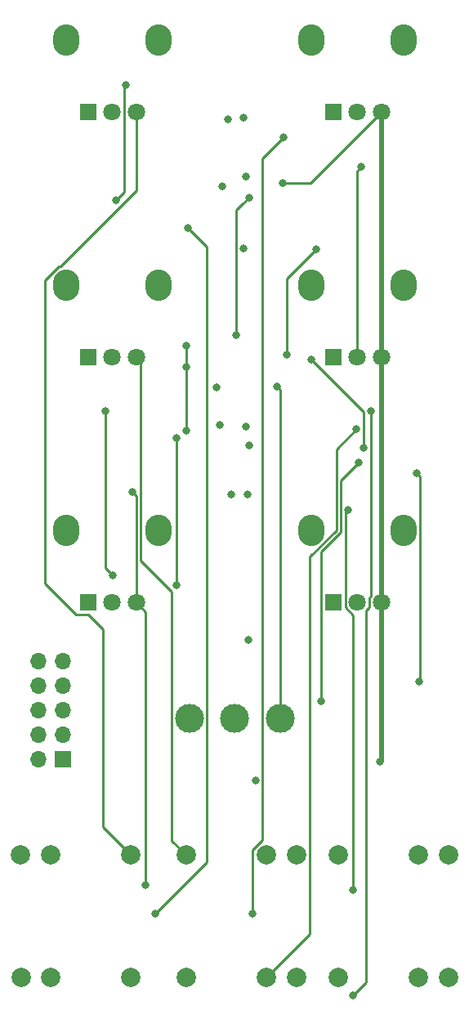
<source format=gbr>
%TF.GenerationSoftware,KiCad,Pcbnew,7.0.1*%
%TF.CreationDate,2024-08-14T21:14:32-04:00*%
%TF.ProjectId,attenuverter_mixer,61747465-6e75-4766-9572-7465725f6d69,rev?*%
%TF.SameCoordinates,Original*%
%TF.FileFunction,Copper,L1,Top*%
%TF.FilePolarity,Positive*%
%FSLAX46Y46*%
G04 Gerber Fmt 4.6, Leading zero omitted, Abs format (unit mm)*
G04 Created by KiCad (PCBNEW 7.0.1) date 2024-08-14 21:14:32*
%MOMM*%
%LPD*%
G01*
G04 APERTURE LIST*
%TA.AperFunction,ComponentPad*%
%ADD10R,1.700000X1.700000*%
%TD*%
%TA.AperFunction,ComponentPad*%
%ADD11O,1.700000X1.700000*%
%TD*%
%TA.AperFunction,ComponentPad*%
%ADD12C,2.000000*%
%TD*%
%TA.AperFunction,ComponentPad*%
%ADD13O,2.720000X3.240000*%
%TD*%
%TA.AperFunction,ComponentPad*%
%ADD14R,1.800000X1.800000*%
%TD*%
%TA.AperFunction,ComponentPad*%
%ADD15C,1.800000*%
%TD*%
%TA.AperFunction,ComponentPad*%
%ADD16C,3.000000*%
%TD*%
%TA.AperFunction,ViaPad*%
%ADD17C,0.800000*%
%TD*%
%TA.AperFunction,Conductor*%
%ADD18C,0.254000*%
%TD*%
%TA.AperFunction,Conductor*%
%ADD19C,0.508000*%
%TD*%
%TA.AperFunction,Conductor*%
%ADD20C,0.250000*%
%TD*%
G04 APERTURE END LIST*
D10*
%TO.P,J7,1,-12V*%
%TO.N,/Power/V-_IN*%
X118110000Y-125349000D03*
D11*
%TO.P,J7,2,-12V*%
X115570000Y-125349000D03*
%TO.P,J7,3,gnd*%
%TO.N,GND*%
X118110000Y-122809000D03*
%TO.P,J7,4,gnd*%
X115570000Y-122809000D03*
%TO.P,J7,5,gnd*%
X118110000Y-120269000D03*
%TO.P,J7,6,gnd*%
X115570000Y-120269000D03*
%TO.P,J7,7,gnd*%
X118110000Y-117729000D03*
%TO.P,J7,8,gnd*%
X115570000Y-117729000D03*
%TO.P,J7,9,+12V*%
%TO.N,/Power/V+_IN*%
X118110000Y-115189000D03*
%TO.P,J7,10,+12V*%
X115570000Y-115189000D03*
%TD*%
D12*
%TO.P,J5,S*%
%TO.N,GND*%
X142268500Y-147955000D03*
%TO.P,J5,T*%
%TO.N,Net-(J5-PadT)*%
X130868500Y-147955000D03*
%TO.P,J5,TN*%
%TO.N,att_2_out*%
X139168500Y-147955000D03*
%TD*%
D13*
%TO.P,RV3,*%
%TO.N,*%
X118390000Y-101593000D03*
X127990000Y-101593000D03*
D14*
%TO.P,RV3,1,1*%
%TO.N,GND*%
X120690000Y-109093000D03*
D15*
%TO.P,RV3,2,2*%
%TO.N,Net-(U2C-+)*%
X123190000Y-109093000D03*
%TO.P,RV3,3,3*%
%TO.N,Net-(J3-PadT)*%
X125690000Y-109093000D03*
%TD*%
D12*
%TO.P,J2,S*%
%TO.N,GND*%
X142268500Y-135255000D03*
%TO.P,J2,T*%
%TO.N,Net-(J2-PadT)*%
X130868500Y-135255000D03*
%TO.P,J2,TN*%
%TO.N,unconnected-(J2-PadTN)*%
X139168500Y-135255000D03*
%TD*%
D13*
%TO.P,RV6,*%
%TO.N,*%
X143790000Y-101593000D03*
X153390000Y-101593000D03*
D14*
%TO.P,RV6,1,1*%
%TO.N,+12V*%
X146090000Y-109093000D03*
D15*
%TO.P,RV6,2,2*%
%TO.N,offset_3*%
X148590000Y-109093000D03*
%TO.P,RV6,3,3*%
%TO.N,-12V*%
X151090000Y-109093000D03*
%TD*%
D13*
%TO.P,RV4,*%
%TO.N,*%
X143790000Y-50793000D03*
X153390000Y-50793000D03*
D14*
%TO.P,RV4,1,1*%
%TO.N,+12V*%
X146090000Y-58293000D03*
D15*
%TO.P,RV4,2,2*%
%TO.N,offset_1*%
X148590000Y-58293000D03*
%TO.P,RV4,3,3*%
%TO.N,-12V*%
X151090000Y-58293000D03*
%TD*%
D12*
%TO.P,J6,S*%
%TO.N,GND*%
X158016500Y-147910000D03*
%TO.P,J6,T*%
%TO.N,Net-(J6-PadT)*%
X146616500Y-147910000D03*
%TO.P,J6,TN*%
%TO.N,unconnected-(J6-PadTN)*%
X154916500Y-147910000D03*
%TD*%
D13*
%TO.P,RV2,*%
%TO.N,*%
X118390000Y-76193000D03*
X127990000Y-76193000D03*
D14*
%TO.P,RV2,1,1*%
%TO.N,GND*%
X120690000Y-83693000D03*
D15*
%TO.P,RV2,2,2*%
%TO.N,Net-(U1D-+)*%
X123190000Y-83693000D03*
%TO.P,RV2,3,3*%
%TO.N,Net-(J2-PadT)*%
X125690000Y-83693000D03*
%TD*%
D13*
%TO.P,RV1,*%
%TO.N,*%
X118390000Y-50793000D03*
X127990000Y-50793000D03*
D14*
%TO.P,RV1,1,1*%
%TO.N,GND*%
X120690000Y-58293000D03*
D15*
%TO.P,RV1,2,2*%
%TO.N,Net-(U1B-+)*%
X123190000Y-58293000D03*
%TO.P,RV1,3,3*%
%TO.N,Net-(J1-PadT)*%
X125690000Y-58293000D03*
%TD*%
D13*
%TO.P,RV5,*%
%TO.N,*%
X143790000Y-76193000D03*
X153390000Y-76193000D03*
D14*
%TO.P,RV5,1,1*%
%TO.N,+12V*%
X146090000Y-83693000D03*
D15*
%TO.P,RV5,2,2*%
%TO.N,offset_2*%
X148590000Y-83693000D03*
%TO.P,RV5,3,3*%
%TO.N,-12V*%
X151090000Y-83693000D03*
%TD*%
D12*
%TO.P,J4,S*%
%TO.N,GND*%
X113753500Y-147955000D03*
%TO.P,J4,T*%
%TO.N,Net-(J4-PadT)*%
X125153500Y-147955000D03*
%TO.P,J4,TN*%
%TO.N,att_1_out*%
X116853500Y-147955000D03*
%TD*%
%TO.P,J1,S*%
%TO.N,GND*%
X113723500Y-135255000D03*
%TO.P,J1,T*%
%TO.N,Net-(J1-PadT)*%
X125123500Y-135255000D03*
%TO.P,J1,TN*%
%TO.N,unconnected-(J1-PadTN)*%
X116823500Y-135255000D03*
%TD*%
%TO.P,J3,S*%
%TO.N,GND*%
X158046500Y-135210000D03*
%TO.P,J3,T*%
%TO.N,Net-(J3-PadT)*%
X146646500Y-135210000D03*
%TO.P,J3,TN*%
%TO.N,unconnected-(J3-PadTN)*%
X154946500Y-135210000D03*
%TD*%
D16*
%TO.P,SW1,1,A*%
%TO.N,Net-(SW1-A)*%
X140590000Y-121113000D03*
%TO.P,SW1,2,B*%
%TO.N,Net-(SW1-B)*%
X135890000Y-121113000D03*
%TO.P,SW1,3,C*%
%TO.N,Net-(SW1-C)*%
X131190000Y-121113000D03*
%TD*%
D17*
%TO.N,+12V*%
X136837500Y-58883000D03*
X135567500Y-97872000D03*
%TO.N,GND*%
X137345500Y-112985000D03*
X137218500Y-97872000D03*
X134357054Y-90692554D03*
X134043500Y-86823000D03*
X134585339Y-65999713D03*
X137091500Y-64979000D03*
X137046922Y-90808668D03*
X138036500Y-127529790D03*
X137359779Y-92785613D03*
X135186500Y-59010000D03*
X136802000Y-72368989D03*
%TO.N,-12V*%
X150934500Y-125558000D03*
X130868500Y-82505000D03*
X130868500Y-91268000D03*
X140901500Y-65614000D03*
X130868500Y-84664000D03*
%TO.N,Net-(C5-Pad2)*%
X137726500Y-141306000D03*
X140960342Y-60846842D03*
%TO.N,Net-(J2-PadT)*%
X144330500Y-72472000D03*
X141282500Y-83394000D03*
%TO.N,Net-(J3-PadT)*%
X126677500Y-138385000D03*
X125280500Y-97618000D03*
%TO.N,Net-(SW1-A)*%
X140261841Y-86691341D03*
%TO.N,offset_1*%
X124645500Y-55454000D03*
X123623786Y-67386286D03*
%TO.N,offset_2*%
X149029500Y-63963000D03*
%TO.N,Net-(U1D-+)*%
X137366951Y-67127270D03*
X136075500Y-81362000D03*
%TO.N,att_1_out*%
X148140500Y-149815000D03*
X150045500Y-89236000D03*
%TO.N,att_2_out*%
X148521500Y-91141000D03*
%TO.N,att_3_out*%
X143822500Y-83902000D03*
X149283500Y-93046000D03*
%TO.N,Net-(C4-Pad2)*%
X131043659Y-70234159D03*
X127693500Y-141306000D03*
%TO.N,Net-(SW1-C)*%
X154998500Y-117303000D03*
X154744500Y-95713000D03*
%TO.N,offset_3*%
X123248500Y-106254000D03*
X122486500Y-89236000D03*
%TO.N,Net-(SW1-B)*%
X148775500Y-94570000D03*
X144838500Y-119286000D03*
%TO.N,Net-(C9-Pad2)*%
X147632500Y-99523000D03*
X148140500Y-138893000D03*
%TO.N,Net-(U2C-+)*%
X129852500Y-107270000D03*
X129852500Y-92030000D03*
%TD*%
D18*
%TO.N,-12V*%
X140901500Y-65614000D02*
X143769000Y-65614000D01*
D19*
X151090000Y-58293000D02*
X151090000Y-109093000D01*
X151090000Y-125402500D02*
X150934500Y-125558000D01*
D18*
X130868500Y-91268000D02*
X130868500Y-84664000D01*
D19*
X151090000Y-109093000D02*
X151090000Y-125402500D01*
D18*
X130868500Y-84664000D02*
X130868500Y-82505000D01*
X143769000Y-65614000D02*
X151090000Y-58293000D01*
%TO.N,Net-(C5-Pad2)*%
X138763000Y-63044184D02*
X138763000Y-133663414D01*
X138763000Y-133663414D02*
X137726500Y-134699914D01*
X137726500Y-134699914D02*
X137726500Y-141306000D01*
X140960342Y-60846842D02*
X138763000Y-63044184D01*
%TO.N,Net-(J2-PadT)*%
X129363000Y-133778000D02*
X130840000Y-135255000D01*
X141282500Y-83394000D02*
X141282500Y-75520000D01*
X125690000Y-83693000D02*
X126143501Y-84146501D01*
X126143501Y-104697653D02*
X129363000Y-107917152D01*
X141282500Y-75520000D02*
X144330500Y-72472000D01*
X126143501Y-84146501D02*
X126143501Y-104697653D01*
X129363000Y-107917152D02*
X129363000Y-133778000D01*
%TO.N,Net-(J3-PadT)*%
X125690000Y-109093000D02*
X125690000Y-98027500D01*
X125690000Y-109093000D02*
X126677500Y-110080500D01*
X125690000Y-98027500D02*
X125280500Y-97618000D01*
X126677500Y-110080500D02*
X126677500Y-138385000D01*
%TO.N,Net-(SW1-A)*%
X140590000Y-87019500D02*
X140261841Y-86691341D01*
X140590000Y-121113000D02*
X140590000Y-87019500D01*
%TO.N,offset_1*%
X124463000Y-55636500D02*
X124463000Y-66547072D01*
X124463000Y-66547072D02*
X123623786Y-67386286D01*
X124645500Y-55454000D02*
X124463000Y-55636500D01*
%TO.N,offset_2*%
X148590000Y-64402500D02*
X148590000Y-83693000D01*
X149029500Y-63963000D02*
X148590000Y-64402500D01*
%TO.N,Net-(U1D-+)*%
X136075500Y-68408000D02*
X136710500Y-67773000D01*
X136075500Y-81362000D02*
X136075500Y-68408000D01*
X136710500Y-67773000D02*
X136721221Y-67773000D01*
X136721221Y-67773000D02*
X137366951Y-67127270D01*
%TO.N,att_1_out*%
X149537500Y-109880741D02*
X149537500Y-148418000D01*
X150045500Y-108402259D02*
X149817000Y-108630759D01*
X149817000Y-108630759D02*
X149817000Y-109601241D01*
X149817000Y-109601241D02*
X149537500Y-109880741D01*
X149537500Y-148418000D02*
X148140500Y-149815000D01*
X150045500Y-89236000D02*
X150045500Y-108402259D01*
%TO.N,att_2_out*%
X148521500Y-91141000D02*
X146416999Y-93245501D01*
X143695500Y-143399500D02*
X139140000Y-147955000D01*
X146416999Y-93245501D02*
X146416999Y-101611779D01*
X146416999Y-101611779D02*
X143695500Y-104333278D01*
X143695500Y-104333278D02*
X143695500Y-143399500D01*
D20*
%TO.N,att_3_out*%
X143822500Y-83902000D02*
X149283500Y-89363000D01*
X149283500Y-89363000D02*
X149283500Y-93046000D01*
D18*
%TO.N,Net-(C4-Pad2)*%
X131043659Y-70234159D02*
X133017000Y-72207500D01*
X133017000Y-72207500D02*
X133017000Y-135982500D01*
X133017000Y-135982500D02*
X127693500Y-141306000D01*
%TO.N,Net-(J1-PadT)*%
X120714053Y-110320000D02*
X119463000Y-110320000D01*
X119463000Y-110320000D02*
X116249499Y-107106499D01*
X116249499Y-75687723D02*
X117691222Y-74246000D01*
X122267500Y-111873447D02*
X120714053Y-110320000D01*
X116249499Y-107106499D02*
X116249499Y-75687723D01*
X117691222Y-74246000D02*
X117791500Y-74246000D01*
X117791500Y-74246000D02*
X125690000Y-66347500D01*
X122267500Y-132324000D02*
X122267500Y-111873447D01*
X125690000Y-66347500D02*
X125690000Y-58293000D01*
X125123500Y-135180000D02*
X122267500Y-132324000D01*
%TO.N,Net-(SW1-C)*%
X155077000Y-117224500D02*
X154998500Y-117303000D01*
X154744500Y-95713000D02*
X155077000Y-96045500D01*
X155077000Y-96045500D02*
X155077000Y-117224500D01*
%TO.N,offset_3*%
X123248500Y-106254000D02*
X122486500Y-105492000D01*
X122486500Y-105492000D02*
X122486500Y-89236000D01*
%TO.N,Net-(SW1-B)*%
X146870500Y-96475000D02*
X146870500Y-101799626D01*
X144838500Y-103831626D02*
X144838500Y-119286000D01*
X146870500Y-101799626D02*
X144838500Y-103831626D01*
X148775500Y-94570000D02*
X146870500Y-96475000D01*
%TO.N,Net-(C9-Pad2)*%
X148140500Y-138893000D02*
X148140500Y-110378741D01*
X148140500Y-110378741D02*
X147363000Y-109601241D01*
X147363000Y-99792500D02*
X147632500Y-99523000D01*
X147363000Y-109601241D02*
X147363000Y-99792500D01*
%TO.N,Net-(U2C-+)*%
X129852500Y-107270000D02*
X129852500Y-92030000D01*
%TD*%
M02*

</source>
